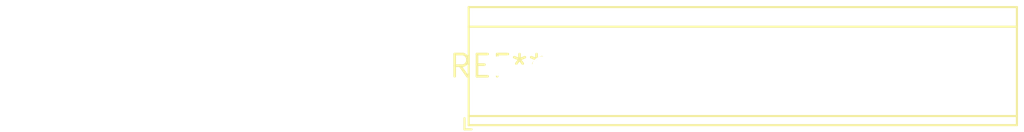
<source format=kicad_pcb>
(kicad_pcb (version 20240108) (generator pcbnew)
  (layers (0 "F.Cu" signal) (31 "B.Cu" signal) (34 "B.Paste" user) (35 "F.Paste" user) (36 "B.SilkS" user "B.Silkscreen") (37 "F.SilkS" user "F.Silkscreen") (38 "B.Mask" user) (39 "F.Mask" user) (44 "Edge.Cuts" user))
  (net 0 "")
  (footprint "TerminalBlock_TE_1-282834-2_1x12_P2.54mm_Horizontal" (layer "F.Cu") (at 0 0)
    (property "Reference" "REF**")
    (property "Value" "TerminalBlock_TE_1-282834-2_1x12_P2.54mm_Horizontal")
    (fp_line (start -1.86 2.97) (end -1.86 3.61) (layer "F.SilkS") (stroke (width 0.12)))
    (fp_line (start -1.86 3.61) (end -1.46 3.61) (layer "F.SilkS") (stroke (width 0.12)))
    (fp_line (start -1.62 -3.37) (end -1.62 3.37) (layer "F.SilkS") (stroke (width 0.12)))
    (fp_line (start -1.62 -3.37) (end 29.56 -3.37) (layer "F.SilkS") (stroke (width 0.12)))
    (fp_line (start -1.62 -2.25) (end 29.56 -2.25) (layer "F.SilkS") (stroke (width 0.12)))
    (fp_line (start -1.62 2.85) (end 29.56 2.85) (layer "F.SilkS") (stroke (width 0.12)))
    (fp_line (start -1.62 3.37) (end 29.56 3.37) (layer "F.SilkS") (stroke (width 0.12)))
    (fp_line (start 29.56 -3.37) (end 29.56 3.37) (layer "F.SilkS") (stroke (width 0.12)))
    (pad "1" thru_hole rect (at 0 0) (size 2.1 2.1) (drill 1.1) (layers *.Cu *.Mask) (remove_unused_layers))
    (pad "2" thru_hole circle (at 2.54 0) (size 2.1 2.1) (drill 1.1) (layers *.Cu *.Mask) (remove_unused_layers))
    (pad "3" thru_hole circle (at 5.08 0) (size 2.1 2.1) (drill 1.1) (layers *.Cu *.Mask) (remove_unused_layers))
    (pad "4" thru_hole circle (at 7.62 0) (size 2.1 2.1) (drill 1.1) (layers *.Cu *.Mask) (remove_unused_layers))
    (pad "5" thru_hole circle (at 10.16 0) (size 2.1 2.1) (drill 1.1) (layers *.Cu *.Mask) (remove_unused_layers))
    (pad "6" thru_hole circle (at 12.7 0) (size 2.1 2.1) (drill 1.1) (layers *.Cu *.Mask) (remove_unused_layers))
    (pad "7" thru_hole circle (at 15.24 0) (size 2.1 2.1) (drill 1.1) (layers *.Cu *.Mask) (remove_unused_layers))
    (pad "8" thru_hole circle (at 17.78 0) (size 2.1 2.1) (drill 1.1) (layers *.Cu *.Mask) (remove_unused_layers))
    (pad "9" thru_hole circle (at 20.32 0) (size 2.1 2.1) (drill 1.1) (layers *.Cu *.Mask) (remove_unused_layers))
    (pad "10" thru_hole circle (at 22.86 0) (size 2.1 2.1) (drill 1.1) (layers *.Cu *.Mask) (remove_unused_layers))
    (pad "11" thru_hole circle (at 25.4 0) (size 2.1 2.1) (drill 1.1) (layers *.Cu *.Mask) (remove_unused_layers))
    (pad "12" thru_hole circle (at 27.94 0) (size 2.1 2.1) (drill 1.1) (layers *.Cu *.Mask) (remove_unused_layers))
  )
)
</source>
